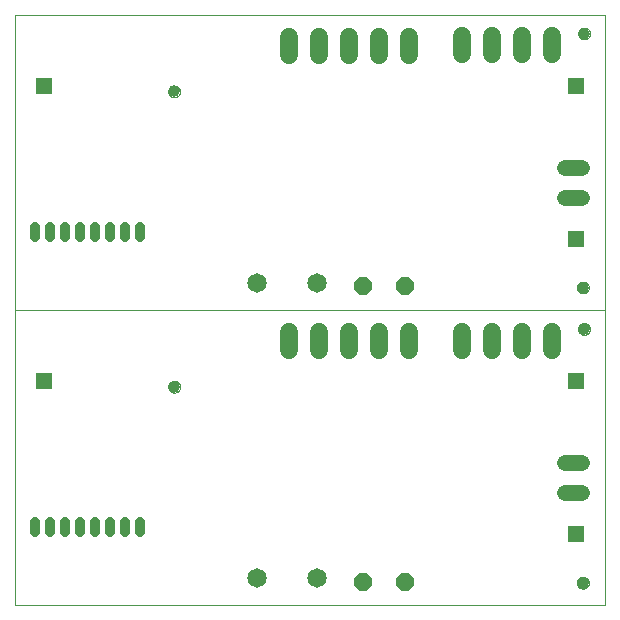
<source format=gbs>
G75*
%MOIN*%
%OFA0B0*%
%FSLAX25Y25*%
%IPPOS*%
%LPD*%
%AMOC8*
5,1,8,0,0,1.08239X$1,22.5*
%
%ADD10C,0.00000*%
%ADD11C,0.03937*%
%ADD12C,0.06000*%
%ADD13C,0.05400*%
%ADD14C,0.06496*%
%ADD15R,0.05315X0.05315*%
%ADD16C,0.03200*%
%ADD17OC8,0.06000*%
D10*
X0001000Y0001013D02*
X0197850Y0001013D01*
X0197850Y0099438D01*
X0001000Y0099438D01*
X0001000Y0197863D01*
X0197850Y0197863D01*
X0197850Y0099438D01*
X0188795Y0093139D02*
X0188797Y0093227D01*
X0188803Y0093315D01*
X0188813Y0093403D01*
X0188827Y0093491D01*
X0188844Y0093577D01*
X0188866Y0093663D01*
X0188891Y0093747D01*
X0188921Y0093831D01*
X0188953Y0093913D01*
X0188990Y0093993D01*
X0189030Y0094072D01*
X0189074Y0094149D01*
X0189121Y0094224D01*
X0189171Y0094296D01*
X0189225Y0094367D01*
X0189281Y0094434D01*
X0189341Y0094500D01*
X0189403Y0094562D01*
X0189469Y0094622D01*
X0189536Y0094678D01*
X0189607Y0094732D01*
X0189679Y0094782D01*
X0189754Y0094829D01*
X0189831Y0094873D01*
X0189910Y0094913D01*
X0189990Y0094950D01*
X0190072Y0094982D01*
X0190156Y0095012D01*
X0190240Y0095037D01*
X0190326Y0095059D01*
X0190412Y0095076D01*
X0190500Y0095090D01*
X0190588Y0095100D01*
X0190676Y0095106D01*
X0190764Y0095108D01*
X0190852Y0095106D01*
X0190940Y0095100D01*
X0191028Y0095090D01*
X0191116Y0095076D01*
X0191202Y0095059D01*
X0191288Y0095037D01*
X0191372Y0095012D01*
X0191456Y0094982D01*
X0191538Y0094950D01*
X0191618Y0094913D01*
X0191697Y0094873D01*
X0191774Y0094829D01*
X0191849Y0094782D01*
X0191921Y0094732D01*
X0191992Y0094678D01*
X0192059Y0094622D01*
X0192125Y0094562D01*
X0192187Y0094500D01*
X0192247Y0094434D01*
X0192303Y0094367D01*
X0192357Y0094296D01*
X0192407Y0094224D01*
X0192454Y0094149D01*
X0192498Y0094072D01*
X0192538Y0093993D01*
X0192575Y0093913D01*
X0192607Y0093831D01*
X0192637Y0093747D01*
X0192662Y0093663D01*
X0192684Y0093577D01*
X0192701Y0093491D01*
X0192715Y0093403D01*
X0192725Y0093315D01*
X0192731Y0093227D01*
X0192733Y0093139D01*
X0192731Y0093051D01*
X0192725Y0092963D01*
X0192715Y0092875D01*
X0192701Y0092787D01*
X0192684Y0092701D01*
X0192662Y0092615D01*
X0192637Y0092531D01*
X0192607Y0092447D01*
X0192575Y0092365D01*
X0192538Y0092285D01*
X0192498Y0092206D01*
X0192454Y0092129D01*
X0192407Y0092054D01*
X0192357Y0091982D01*
X0192303Y0091911D01*
X0192247Y0091844D01*
X0192187Y0091778D01*
X0192125Y0091716D01*
X0192059Y0091656D01*
X0191992Y0091600D01*
X0191921Y0091546D01*
X0191849Y0091496D01*
X0191774Y0091449D01*
X0191697Y0091405D01*
X0191618Y0091365D01*
X0191538Y0091328D01*
X0191456Y0091296D01*
X0191372Y0091266D01*
X0191288Y0091241D01*
X0191202Y0091219D01*
X0191116Y0091202D01*
X0191028Y0091188D01*
X0190940Y0091178D01*
X0190852Y0091172D01*
X0190764Y0091170D01*
X0190676Y0091172D01*
X0190588Y0091178D01*
X0190500Y0091188D01*
X0190412Y0091202D01*
X0190326Y0091219D01*
X0190240Y0091241D01*
X0190156Y0091266D01*
X0190072Y0091296D01*
X0189990Y0091328D01*
X0189910Y0091365D01*
X0189831Y0091405D01*
X0189754Y0091449D01*
X0189679Y0091496D01*
X0189607Y0091546D01*
X0189536Y0091600D01*
X0189469Y0091656D01*
X0189403Y0091716D01*
X0189341Y0091778D01*
X0189281Y0091844D01*
X0189225Y0091911D01*
X0189171Y0091982D01*
X0189121Y0092054D01*
X0189074Y0092129D01*
X0189030Y0092206D01*
X0188990Y0092285D01*
X0188953Y0092365D01*
X0188921Y0092447D01*
X0188891Y0092531D01*
X0188866Y0092615D01*
X0188844Y0092701D01*
X0188827Y0092787D01*
X0188813Y0092875D01*
X0188803Y0092963D01*
X0188797Y0093051D01*
X0188795Y0093139D01*
X0188401Y0106918D02*
X0188403Y0107006D01*
X0188409Y0107094D01*
X0188419Y0107182D01*
X0188433Y0107270D01*
X0188450Y0107356D01*
X0188472Y0107442D01*
X0188497Y0107526D01*
X0188527Y0107610D01*
X0188559Y0107692D01*
X0188596Y0107772D01*
X0188636Y0107851D01*
X0188680Y0107928D01*
X0188727Y0108003D01*
X0188777Y0108075D01*
X0188831Y0108146D01*
X0188887Y0108213D01*
X0188947Y0108279D01*
X0189009Y0108341D01*
X0189075Y0108401D01*
X0189142Y0108457D01*
X0189213Y0108511D01*
X0189285Y0108561D01*
X0189360Y0108608D01*
X0189437Y0108652D01*
X0189516Y0108692D01*
X0189596Y0108729D01*
X0189678Y0108761D01*
X0189762Y0108791D01*
X0189846Y0108816D01*
X0189932Y0108838D01*
X0190018Y0108855D01*
X0190106Y0108869D01*
X0190194Y0108879D01*
X0190282Y0108885D01*
X0190370Y0108887D01*
X0190458Y0108885D01*
X0190546Y0108879D01*
X0190634Y0108869D01*
X0190722Y0108855D01*
X0190808Y0108838D01*
X0190894Y0108816D01*
X0190978Y0108791D01*
X0191062Y0108761D01*
X0191144Y0108729D01*
X0191224Y0108692D01*
X0191303Y0108652D01*
X0191380Y0108608D01*
X0191455Y0108561D01*
X0191527Y0108511D01*
X0191598Y0108457D01*
X0191665Y0108401D01*
X0191731Y0108341D01*
X0191793Y0108279D01*
X0191853Y0108213D01*
X0191909Y0108146D01*
X0191963Y0108075D01*
X0192013Y0108003D01*
X0192060Y0107928D01*
X0192104Y0107851D01*
X0192144Y0107772D01*
X0192181Y0107692D01*
X0192213Y0107610D01*
X0192243Y0107526D01*
X0192268Y0107442D01*
X0192290Y0107356D01*
X0192307Y0107270D01*
X0192321Y0107182D01*
X0192331Y0107094D01*
X0192337Y0107006D01*
X0192339Y0106918D01*
X0192337Y0106830D01*
X0192331Y0106742D01*
X0192321Y0106654D01*
X0192307Y0106566D01*
X0192290Y0106480D01*
X0192268Y0106394D01*
X0192243Y0106310D01*
X0192213Y0106226D01*
X0192181Y0106144D01*
X0192144Y0106064D01*
X0192104Y0105985D01*
X0192060Y0105908D01*
X0192013Y0105833D01*
X0191963Y0105761D01*
X0191909Y0105690D01*
X0191853Y0105623D01*
X0191793Y0105557D01*
X0191731Y0105495D01*
X0191665Y0105435D01*
X0191598Y0105379D01*
X0191527Y0105325D01*
X0191455Y0105275D01*
X0191380Y0105228D01*
X0191303Y0105184D01*
X0191224Y0105144D01*
X0191144Y0105107D01*
X0191062Y0105075D01*
X0190978Y0105045D01*
X0190894Y0105020D01*
X0190808Y0104998D01*
X0190722Y0104981D01*
X0190634Y0104967D01*
X0190546Y0104957D01*
X0190458Y0104951D01*
X0190370Y0104949D01*
X0190282Y0104951D01*
X0190194Y0104957D01*
X0190106Y0104967D01*
X0190018Y0104981D01*
X0189932Y0104998D01*
X0189846Y0105020D01*
X0189762Y0105045D01*
X0189678Y0105075D01*
X0189596Y0105107D01*
X0189516Y0105144D01*
X0189437Y0105184D01*
X0189360Y0105228D01*
X0189285Y0105275D01*
X0189213Y0105325D01*
X0189142Y0105379D01*
X0189075Y0105435D01*
X0189009Y0105495D01*
X0188947Y0105557D01*
X0188887Y0105623D01*
X0188831Y0105690D01*
X0188777Y0105761D01*
X0188727Y0105833D01*
X0188680Y0105908D01*
X0188636Y0105985D01*
X0188596Y0106064D01*
X0188559Y0106144D01*
X0188527Y0106226D01*
X0188497Y0106310D01*
X0188472Y0106394D01*
X0188450Y0106480D01*
X0188433Y0106566D01*
X0188419Y0106654D01*
X0188409Y0106742D01*
X0188403Y0106830D01*
X0188401Y0106918D01*
X0188795Y0191564D02*
X0188797Y0191652D01*
X0188803Y0191740D01*
X0188813Y0191828D01*
X0188827Y0191916D01*
X0188844Y0192002D01*
X0188866Y0192088D01*
X0188891Y0192172D01*
X0188921Y0192256D01*
X0188953Y0192338D01*
X0188990Y0192418D01*
X0189030Y0192497D01*
X0189074Y0192574D01*
X0189121Y0192649D01*
X0189171Y0192721D01*
X0189225Y0192792D01*
X0189281Y0192859D01*
X0189341Y0192925D01*
X0189403Y0192987D01*
X0189469Y0193047D01*
X0189536Y0193103D01*
X0189607Y0193157D01*
X0189679Y0193207D01*
X0189754Y0193254D01*
X0189831Y0193298D01*
X0189910Y0193338D01*
X0189990Y0193375D01*
X0190072Y0193407D01*
X0190156Y0193437D01*
X0190240Y0193462D01*
X0190326Y0193484D01*
X0190412Y0193501D01*
X0190500Y0193515D01*
X0190588Y0193525D01*
X0190676Y0193531D01*
X0190764Y0193533D01*
X0190852Y0193531D01*
X0190940Y0193525D01*
X0191028Y0193515D01*
X0191116Y0193501D01*
X0191202Y0193484D01*
X0191288Y0193462D01*
X0191372Y0193437D01*
X0191456Y0193407D01*
X0191538Y0193375D01*
X0191618Y0193338D01*
X0191697Y0193298D01*
X0191774Y0193254D01*
X0191849Y0193207D01*
X0191921Y0193157D01*
X0191992Y0193103D01*
X0192059Y0193047D01*
X0192125Y0192987D01*
X0192187Y0192925D01*
X0192247Y0192859D01*
X0192303Y0192792D01*
X0192357Y0192721D01*
X0192407Y0192649D01*
X0192454Y0192574D01*
X0192498Y0192497D01*
X0192538Y0192418D01*
X0192575Y0192338D01*
X0192607Y0192256D01*
X0192637Y0192172D01*
X0192662Y0192088D01*
X0192684Y0192002D01*
X0192701Y0191916D01*
X0192715Y0191828D01*
X0192725Y0191740D01*
X0192731Y0191652D01*
X0192733Y0191564D01*
X0192731Y0191476D01*
X0192725Y0191388D01*
X0192715Y0191300D01*
X0192701Y0191212D01*
X0192684Y0191126D01*
X0192662Y0191040D01*
X0192637Y0190956D01*
X0192607Y0190872D01*
X0192575Y0190790D01*
X0192538Y0190710D01*
X0192498Y0190631D01*
X0192454Y0190554D01*
X0192407Y0190479D01*
X0192357Y0190407D01*
X0192303Y0190336D01*
X0192247Y0190269D01*
X0192187Y0190203D01*
X0192125Y0190141D01*
X0192059Y0190081D01*
X0191992Y0190025D01*
X0191921Y0189971D01*
X0191849Y0189921D01*
X0191774Y0189874D01*
X0191697Y0189830D01*
X0191618Y0189790D01*
X0191538Y0189753D01*
X0191456Y0189721D01*
X0191372Y0189691D01*
X0191288Y0189666D01*
X0191202Y0189644D01*
X0191116Y0189627D01*
X0191028Y0189613D01*
X0190940Y0189603D01*
X0190852Y0189597D01*
X0190764Y0189595D01*
X0190676Y0189597D01*
X0190588Y0189603D01*
X0190500Y0189613D01*
X0190412Y0189627D01*
X0190326Y0189644D01*
X0190240Y0189666D01*
X0190156Y0189691D01*
X0190072Y0189721D01*
X0189990Y0189753D01*
X0189910Y0189790D01*
X0189831Y0189830D01*
X0189754Y0189874D01*
X0189679Y0189921D01*
X0189607Y0189971D01*
X0189536Y0190025D01*
X0189469Y0190081D01*
X0189403Y0190141D01*
X0189341Y0190203D01*
X0189281Y0190269D01*
X0189225Y0190336D01*
X0189171Y0190407D01*
X0189121Y0190479D01*
X0189074Y0190554D01*
X0189030Y0190631D01*
X0188990Y0190710D01*
X0188953Y0190790D01*
X0188921Y0190872D01*
X0188891Y0190956D01*
X0188866Y0191040D01*
X0188844Y0191126D01*
X0188827Y0191212D01*
X0188813Y0191300D01*
X0188803Y0191388D01*
X0188797Y0191476D01*
X0188795Y0191564D01*
X0052181Y0172272D02*
X0052183Y0172360D01*
X0052189Y0172448D01*
X0052199Y0172536D01*
X0052213Y0172624D01*
X0052230Y0172710D01*
X0052252Y0172796D01*
X0052277Y0172880D01*
X0052307Y0172964D01*
X0052339Y0173046D01*
X0052376Y0173126D01*
X0052416Y0173205D01*
X0052460Y0173282D01*
X0052507Y0173357D01*
X0052557Y0173429D01*
X0052611Y0173500D01*
X0052667Y0173567D01*
X0052727Y0173633D01*
X0052789Y0173695D01*
X0052855Y0173755D01*
X0052922Y0173811D01*
X0052993Y0173865D01*
X0053065Y0173915D01*
X0053140Y0173962D01*
X0053217Y0174006D01*
X0053296Y0174046D01*
X0053376Y0174083D01*
X0053458Y0174115D01*
X0053542Y0174145D01*
X0053626Y0174170D01*
X0053712Y0174192D01*
X0053798Y0174209D01*
X0053886Y0174223D01*
X0053974Y0174233D01*
X0054062Y0174239D01*
X0054150Y0174241D01*
X0054238Y0174239D01*
X0054326Y0174233D01*
X0054414Y0174223D01*
X0054502Y0174209D01*
X0054588Y0174192D01*
X0054674Y0174170D01*
X0054758Y0174145D01*
X0054842Y0174115D01*
X0054924Y0174083D01*
X0055004Y0174046D01*
X0055083Y0174006D01*
X0055160Y0173962D01*
X0055235Y0173915D01*
X0055307Y0173865D01*
X0055378Y0173811D01*
X0055445Y0173755D01*
X0055511Y0173695D01*
X0055573Y0173633D01*
X0055633Y0173567D01*
X0055689Y0173500D01*
X0055743Y0173429D01*
X0055793Y0173357D01*
X0055840Y0173282D01*
X0055884Y0173205D01*
X0055924Y0173126D01*
X0055961Y0173046D01*
X0055993Y0172964D01*
X0056023Y0172880D01*
X0056048Y0172796D01*
X0056070Y0172710D01*
X0056087Y0172624D01*
X0056101Y0172536D01*
X0056111Y0172448D01*
X0056117Y0172360D01*
X0056119Y0172272D01*
X0056117Y0172184D01*
X0056111Y0172096D01*
X0056101Y0172008D01*
X0056087Y0171920D01*
X0056070Y0171834D01*
X0056048Y0171748D01*
X0056023Y0171664D01*
X0055993Y0171580D01*
X0055961Y0171498D01*
X0055924Y0171418D01*
X0055884Y0171339D01*
X0055840Y0171262D01*
X0055793Y0171187D01*
X0055743Y0171115D01*
X0055689Y0171044D01*
X0055633Y0170977D01*
X0055573Y0170911D01*
X0055511Y0170849D01*
X0055445Y0170789D01*
X0055378Y0170733D01*
X0055307Y0170679D01*
X0055235Y0170629D01*
X0055160Y0170582D01*
X0055083Y0170538D01*
X0055004Y0170498D01*
X0054924Y0170461D01*
X0054842Y0170429D01*
X0054758Y0170399D01*
X0054674Y0170374D01*
X0054588Y0170352D01*
X0054502Y0170335D01*
X0054414Y0170321D01*
X0054326Y0170311D01*
X0054238Y0170305D01*
X0054150Y0170303D01*
X0054062Y0170305D01*
X0053974Y0170311D01*
X0053886Y0170321D01*
X0053798Y0170335D01*
X0053712Y0170352D01*
X0053626Y0170374D01*
X0053542Y0170399D01*
X0053458Y0170429D01*
X0053376Y0170461D01*
X0053296Y0170498D01*
X0053217Y0170538D01*
X0053140Y0170582D01*
X0053065Y0170629D01*
X0052993Y0170679D01*
X0052922Y0170733D01*
X0052855Y0170789D01*
X0052789Y0170849D01*
X0052727Y0170911D01*
X0052667Y0170977D01*
X0052611Y0171044D01*
X0052557Y0171115D01*
X0052507Y0171187D01*
X0052460Y0171262D01*
X0052416Y0171339D01*
X0052376Y0171418D01*
X0052339Y0171498D01*
X0052307Y0171580D01*
X0052277Y0171664D01*
X0052252Y0171748D01*
X0052230Y0171834D01*
X0052213Y0171920D01*
X0052199Y0172008D01*
X0052189Y0172096D01*
X0052183Y0172184D01*
X0052181Y0172272D01*
X0001000Y0099438D02*
X0001000Y0001013D01*
X0052181Y0073847D02*
X0052183Y0073935D01*
X0052189Y0074023D01*
X0052199Y0074111D01*
X0052213Y0074199D01*
X0052230Y0074285D01*
X0052252Y0074371D01*
X0052277Y0074455D01*
X0052307Y0074539D01*
X0052339Y0074621D01*
X0052376Y0074701D01*
X0052416Y0074780D01*
X0052460Y0074857D01*
X0052507Y0074932D01*
X0052557Y0075004D01*
X0052611Y0075075D01*
X0052667Y0075142D01*
X0052727Y0075208D01*
X0052789Y0075270D01*
X0052855Y0075330D01*
X0052922Y0075386D01*
X0052993Y0075440D01*
X0053065Y0075490D01*
X0053140Y0075537D01*
X0053217Y0075581D01*
X0053296Y0075621D01*
X0053376Y0075658D01*
X0053458Y0075690D01*
X0053542Y0075720D01*
X0053626Y0075745D01*
X0053712Y0075767D01*
X0053798Y0075784D01*
X0053886Y0075798D01*
X0053974Y0075808D01*
X0054062Y0075814D01*
X0054150Y0075816D01*
X0054238Y0075814D01*
X0054326Y0075808D01*
X0054414Y0075798D01*
X0054502Y0075784D01*
X0054588Y0075767D01*
X0054674Y0075745D01*
X0054758Y0075720D01*
X0054842Y0075690D01*
X0054924Y0075658D01*
X0055004Y0075621D01*
X0055083Y0075581D01*
X0055160Y0075537D01*
X0055235Y0075490D01*
X0055307Y0075440D01*
X0055378Y0075386D01*
X0055445Y0075330D01*
X0055511Y0075270D01*
X0055573Y0075208D01*
X0055633Y0075142D01*
X0055689Y0075075D01*
X0055743Y0075004D01*
X0055793Y0074932D01*
X0055840Y0074857D01*
X0055884Y0074780D01*
X0055924Y0074701D01*
X0055961Y0074621D01*
X0055993Y0074539D01*
X0056023Y0074455D01*
X0056048Y0074371D01*
X0056070Y0074285D01*
X0056087Y0074199D01*
X0056101Y0074111D01*
X0056111Y0074023D01*
X0056117Y0073935D01*
X0056119Y0073847D01*
X0056117Y0073759D01*
X0056111Y0073671D01*
X0056101Y0073583D01*
X0056087Y0073495D01*
X0056070Y0073409D01*
X0056048Y0073323D01*
X0056023Y0073239D01*
X0055993Y0073155D01*
X0055961Y0073073D01*
X0055924Y0072993D01*
X0055884Y0072914D01*
X0055840Y0072837D01*
X0055793Y0072762D01*
X0055743Y0072690D01*
X0055689Y0072619D01*
X0055633Y0072552D01*
X0055573Y0072486D01*
X0055511Y0072424D01*
X0055445Y0072364D01*
X0055378Y0072308D01*
X0055307Y0072254D01*
X0055235Y0072204D01*
X0055160Y0072157D01*
X0055083Y0072113D01*
X0055004Y0072073D01*
X0054924Y0072036D01*
X0054842Y0072004D01*
X0054758Y0071974D01*
X0054674Y0071949D01*
X0054588Y0071927D01*
X0054502Y0071910D01*
X0054414Y0071896D01*
X0054326Y0071886D01*
X0054238Y0071880D01*
X0054150Y0071878D01*
X0054062Y0071880D01*
X0053974Y0071886D01*
X0053886Y0071896D01*
X0053798Y0071910D01*
X0053712Y0071927D01*
X0053626Y0071949D01*
X0053542Y0071974D01*
X0053458Y0072004D01*
X0053376Y0072036D01*
X0053296Y0072073D01*
X0053217Y0072113D01*
X0053140Y0072157D01*
X0053065Y0072204D01*
X0052993Y0072254D01*
X0052922Y0072308D01*
X0052855Y0072364D01*
X0052789Y0072424D01*
X0052727Y0072486D01*
X0052667Y0072552D01*
X0052611Y0072619D01*
X0052557Y0072690D01*
X0052507Y0072762D01*
X0052460Y0072837D01*
X0052416Y0072914D01*
X0052376Y0072993D01*
X0052339Y0073073D01*
X0052307Y0073155D01*
X0052277Y0073239D01*
X0052252Y0073323D01*
X0052230Y0073409D01*
X0052213Y0073495D01*
X0052199Y0073583D01*
X0052189Y0073671D01*
X0052183Y0073759D01*
X0052181Y0073847D01*
X0188401Y0008493D02*
X0188403Y0008581D01*
X0188409Y0008669D01*
X0188419Y0008757D01*
X0188433Y0008845D01*
X0188450Y0008931D01*
X0188472Y0009017D01*
X0188497Y0009101D01*
X0188527Y0009185D01*
X0188559Y0009267D01*
X0188596Y0009347D01*
X0188636Y0009426D01*
X0188680Y0009503D01*
X0188727Y0009578D01*
X0188777Y0009650D01*
X0188831Y0009721D01*
X0188887Y0009788D01*
X0188947Y0009854D01*
X0189009Y0009916D01*
X0189075Y0009976D01*
X0189142Y0010032D01*
X0189213Y0010086D01*
X0189285Y0010136D01*
X0189360Y0010183D01*
X0189437Y0010227D01*
X0189516Y0010267D01*
X0189596Y0010304D01*
X0189678Y0010336D01*
X0189762Y0010366D01*
X0189846Y0010391D01*
X0189932Y0010413D01*
X0190018Y0010430D01*
X0190106Y0010444D01*
X0190194Y0010454D01*
X0190282Y0010460D01*
X0190370Y0010462D01*
X0190458Y0010460D01*
X0190546Y0010454D01*
X0190634Y0010444D01*
X0190722Y0010430D01*
X0190808Y0010413D01*
X0190894Y0010391D01*
X0190978Y0010366D01*
X0191062Y0010336D01*
X0191144Y0010304D01*
X0191224Y0010267D01*
X0191303Y0010227D01*
X0191380Y0010183D01*
X0191455Y0010136D01*
X0191527Y0010086D01*
X0191598Y0010032D01*
X0191665Y0009976D01*
X0191731Y0009916D01*
X0191793Y0009854D01*
X0191853Y0009788D01*
X0191909Y0009721D01*
X0191963Y0009650D01*
X0192013Y0009578D01*
X0192060Y0009503D01*
X0192104Y0009426D01*
X0192144Y0009347D01*
X0192181Y0009267D01*
X0192213Y0009185D01*
X0192243Y0009101D01*
X0192268Y0009017D01*
X0192290Y0008931D01*
X0192307Y0008845D01*
X0192321Y0008757D01*
X0192331Y0008669D01*
X0192337Y0008581D01*
X0192339Y0008493D01*
X0192337Y0008405D01*
X0192331Y0008317D01*
X0192321Y0008229D01*
X0192307Y0008141D01*
X0192290Y0008055D01*
X0192268Y0007969D01*
X0192243Y0007885D01*
X0192213Y0007801D01*
X0192181Y0007719D01*
X0192144Y0007639D01*
X0192104Y0007560D01*
X0192060Y0007483D01*
X0192013Y0007408D01*
X0191963Y0007336D01*
X0191909Y0007265D01*
X0191853Y0007198D01*
X0191793Y0007132D01*
X0191731Y0007070D01*
X0191665Y0007010D01*
X0191598Y0006954D01*
X0191527Y0006900D01*
X0191455Y0006850D01*
X0191380Y0006803D01*
X0191303Y0006759D01*
X0191224Y0006719D01*
X0191144Y0006682D01*
X0191062Y0006650D01*
X0190978Y0006620D01*
X0190894Y0006595D01*
X0190808Y0006573D01*
X0190722Y0006556D01*
X0190634Y0006542D01*
X0190546Y0006532D01*
X0190458Y0006526D01*
X0190370Y0006524D01*
X0190282Y0006526D01*
X0190194Y0006532D01*
X0190106Y0006542D01*
X0190018Y0006556D01*
X0189932Y0006573D01*
X0189846Y0006595D01*
X0189762Y0006620D01*
X0189678Y0006650D01*
X0189596Y0006682D01*
X0189516Y0006719D01*
X0189437Y0006759D01*
X0189360Y0006803D01*
X0189285Y0006850D01*
X0189213Y0006900D01*
X0189142Y0006954D01*
X0189075Y0007010D01*
X0189009Y0007070D01*
X0188947Y0007132D01*
X0188887Y0007198D01*
X0188831Y0007265D01*
X0188777Y0007336D01*
X0188727Y0007408D01*
X0188680Y0007483D01*
X0188636Y0007560D01*
X0188596Y0007639D01*
X0188559Y0007719D01*
X0188527Y0007801D01*
X0188497Y0007885D01*
X0188472Y0007969D01*
X0188450Y0008055D01*
X0188433Y0008141D01*
X0188419Y0008229D01*
X0188409Y0008317D01*
X0188403Y0008405D01*
X0188401Y0008493D01*
D11*
X0190370Y0008493D03*
X0190764Y0093139D03*
X0190370Y0106918D03*
X0190764Y0191564D03*
X0054150Y0172272D03*
X0054150Y0073847D03*
D12*
X0092496Y0086162D02*
X0092496Y0092162D01*
X0102496Y0092162D02*
X0102496Y0086162D01*
X0112496Y0086162D02*
X0112496Y0092162D01*
X0122496Y0092162D02*
X0122496Y0086162D01*
X0132496Y0086162D02*
X0132496Y0092162D01*
X0150173Y0092202D02*
X0150173Y0086202D01*
X0160173Y0086202D02*
X0160173Y0092202D01*
X0170173Y0092202D02*
X0170173Y0086202D01*
X0180173Y0086202D02*
X0180173Y0092202D01*
X0180173Y0184627D02*
X0180173Y0190627D01*
X0170173Y0190627D02*
X0170173Y0184627D01*
X0160173Y0184627D02*
X0160173Y0190627D01*
X0150173Y0190627D02*
X0150173Y0184627D01*
X0132496Y0184587D02*
X0132496Y0190587D01*
X0122496Y0190587D02*
X0122496Y0184587D01*
X0112496Y0184587D02*
X0112496Y0190587D01*
X0102496Y0190587D02*
X0102496Y0184587D01*
X0092496Y0184587D02*
X0092496Y0190587D01*
D13*
X0184560Y0146800D02*
X0189960Y0146800D01*
X0189960Y0136800D02*
X0184560Y0136800D01*
X0184560Y0048375D02*
X0189960Y0048375D01*
X0189960Y0038375D02*
X0184560Y0038375D01*
D14*
X0101591Y0010107D03*
X0081591Y0010107D03*
X0081591Y0108532D03*
X0101591Y0108532D03*
D15*
X0188008Y0123060D03*
X0188008Y0075816D03*
X0188008Y0024635D03*
X0188008Y0174241D03*
X0010843Y0174241D03*
X0010843Y0075816D03*
D16*
X0012654Y0028611D02*
X0012654Y0025411D01*
X0017654Y0025411D02*
X0017654Y0028611D01*
X0022654Y0028611D02*
X0022654Y0025411D01*
X0027654Y0025411D02*
X0027654Y0028611D01*
X0032654Y0028611D02*
X0032654Y0025411D01*
X0037654Y0025411D02*
X0037654Y0028611D01*
X0042654Y0028611D02*
X0042654Y0025411D01*
X0007654Y0025411D02*
X0007654Y0028611D01*
X0007654Y0123836D02*
X0007654Y0127036D01*
X0012654Y0127036D02*
X0012654Y0123836D01*
X0017654Y0123836D02*
X0017654Y0127036D01*
X0022654Y0127036D02*
X0022654Y0123836D01*
X0027654Y0123836D02*
X0027654Y0127036D01*
X0032654Y0127036D02*
X0032654Y0123836D01*
X0037654Y0123836D02*
X0037654Y0127036D01*
X0042654Y0127036D02*
X0042654Y0123836D01*
D17*
X0117142Y0107312D03*
X0130921Y0107312D03*
X0130921Y0008887D03*
X0117142Y0008887D03*
M02*

</source>
